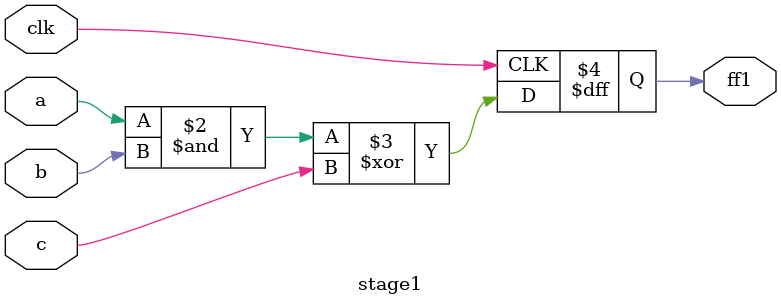
<source format=v>
`timescale 1ns / 1ps
module stage1(a,b,c,clk,ff1);
input a,b,c,clk;
output ff1;

reg ff1;

always @ (posedge clk)
	ff1<=(a&b)^c;


endmodule

</source>
